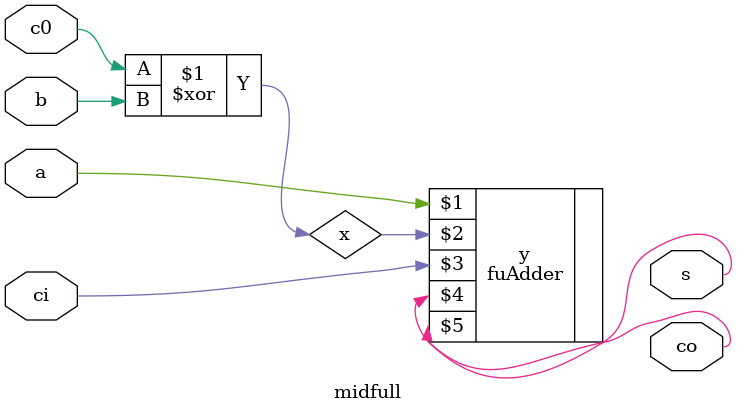
<source format=v>
`timescale 1ns / 1ps

module midfull(a,b,c0,ci,s,co
    );
input a,b,c0,ci;
output s,co;
wire x;
xor g(x,c0,b);
fuAdder y(a,x,ci,s,co);

endmodule

</source>
